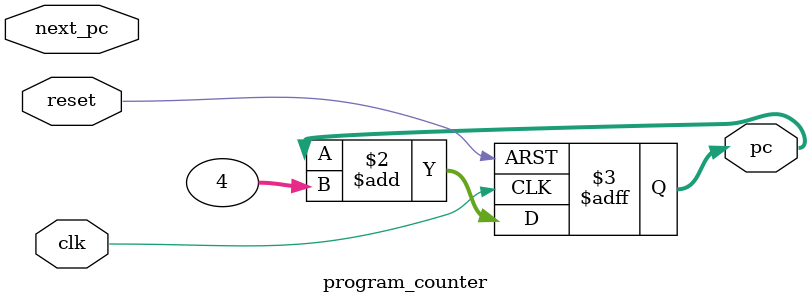
<source format=v>
`timescale 1ns / 1ps

module program_counter (
    input wire clk,            // Clock signal
    input wire reset,          // Reset signal
    input wire [31:0] next_pc, // Next program counter value
    output reg [31:0] pc       // Current program counter value
);

    // On the rising edge of the clock, update the PC
    always @(posedge clk or posedge reset) begin
        if (reset) begin
            pc <= 32'h00000000; // Reset PC to 0
        end else begin
            pc <= pc + 4;      // Update PC with the next value
        end
    end

endmodule

</source>
